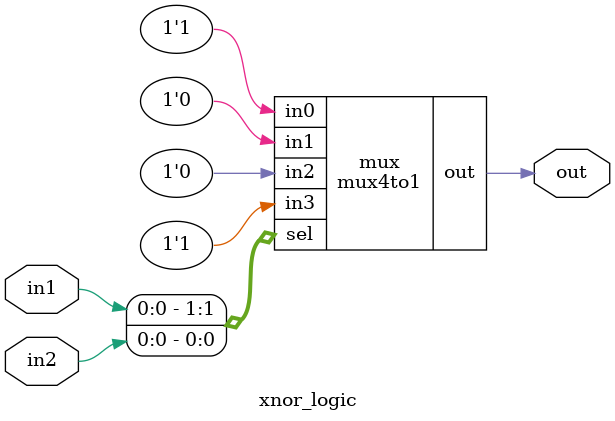
<source format=v>
module mux4to1(
    input in0, in1, in2, in3,
    input [1:0] sel,
    output out
);
    assign out = sel[1] ? (sel[0] ? in3 : in2) : (sel[0] ? in1 : in0);
endmodule


module xnor_logic(
    input in1, in2,
    output out
);
    
    // XNOR Truth table: 2'b00 -> 1 | 2'b01 -> 0 | 2'b10 -> 0 | 2'b11 -> 1 
    mux4to1 mux(
        .in0(1'b1),
        .in1(1'b0),
        .in2(1'b0),
        .in3(1'b1),
      	.sel({in1,in2}),
        .out(out)
    );
  
endmodule
</source>
